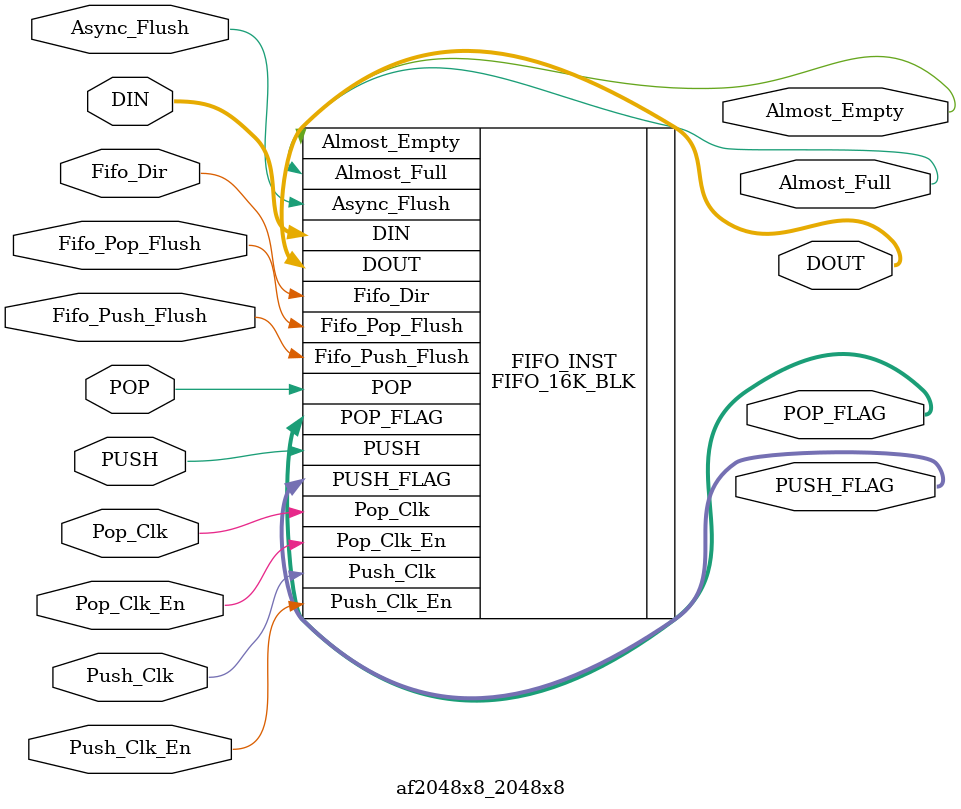
<source format=v>
module af2048x8_2048x8 (DIN,Fifo_Push_Flush,Fifo_Pop_Flush,PUSH,POP,Push_Clk,Pop_Clk,Push_Clk_En,Pop_Clk_En,Fifo_Dir,Async_Flush,Almost_Full,Almost_Empty,PUSH_FLAG,POP_FLAG,DOUT);

input Fifo_Push_Flush,Fifo_Pop_Flush;
input Push_Clk,Pop_Clk;
input PUSH,POP;
input [7:0] DIN;
input Push_Clk_En,Pop_Clk_En,Fifo_Dir,Async_Flush;
output [7:0] DOUT;
output [3:0] PUSH_FLAG,POP_FLAG;
output Almost_Full,Almost_Empty;

parameter data_depth_int = 2048;
parameter data_width_int = 8;
parameter reg_rd_int = 0;
parameter sync_fifo_int = 0;

FIFO_16K_BLK  # (.data_depth_int(data_depth_int),.data_width_int(data_width_int),.reg_rd_int(reg_rd_int),.sync_fifo_int(sync_fifo_int)
                 ) 
  FIFO_INST    (
                .DIN(DIN),
                .PUSH(PUSH),
                .POP(POP),
                .Fifo_Push_Flush(Fifo_Push_Flush),
                .Fifo_Pop_Flush(Fifo_Pop_Flush),
                .Push_Clk(Push_Clk),
                .Pop_Clk(Pop_Clk),
                .PUSH_FLAG(PUSH_FLAG),
                .POP_FLAG(POP_FLAG),
                .Push_Clk_En(Push_Clk_En),
                .Pop_Clk_En(Pop_Clk_En),
                .Fifo_Dir(Fifo_Dir),
                .Async_Flush(Async_Flush),
                .Almost_Full(Almost_Full),
                .Almost_Empty(Almost_Empty),
                .DOUT(DOUT)
        				);
				
endmodule

</source>
